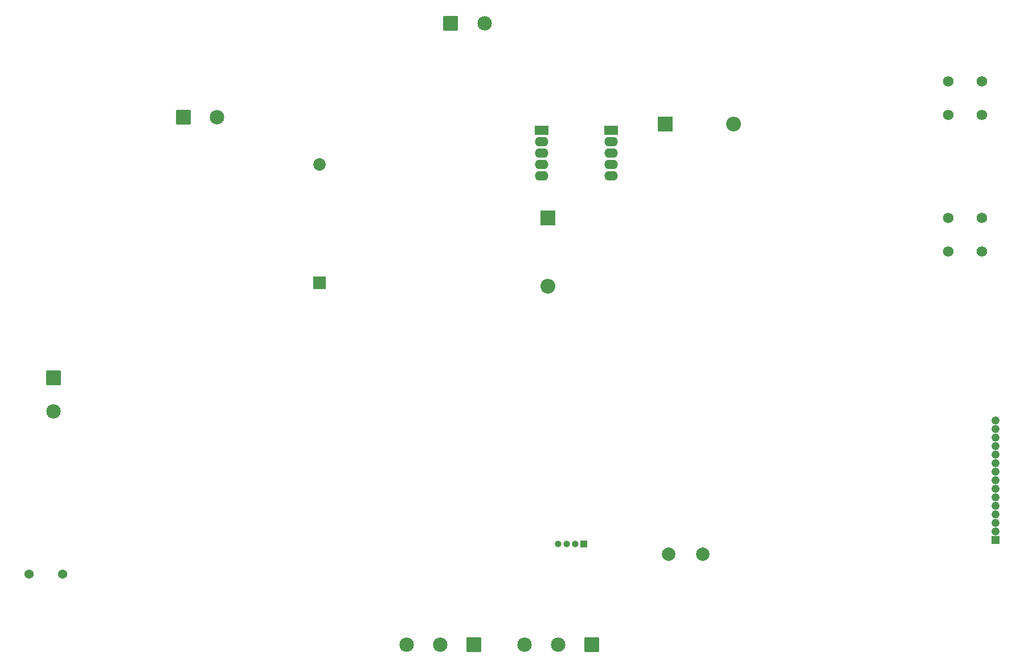
<source format=gbr>
%TF.GenerationSoftware,KiCad,Pcbnew,8.0.2*%
%TF.CreationDate,2024-06-26T19:24:32-04:00*%
%TF.ProjectId,pcb_forfirstproject,7063625f-666f-4726-9669-72737470726f,rev?*%
%TF.SameCoordinates,Original*%
%TF.FileFunction,Soldermask,Bot*%
%TF.FilePolarity,Negative*%
%FSLAX46Y46*%
G04 Gerber Fmt 4.6, Leading zero omitted, Abs format (unit mm)*
G04 Created by KiCad (PCBNEW 8.0.2) date 2024-06-26 19:24:32*
%MOMM*%
%LPD*%
G01*
G04 APERTURE LIST*
G04 Aperture macros list*
%AMRoundRect*
0 Rectangle with rounded corners*
0 $1 Rounding radius*
0 $2 $3 $4 $5 $6 $7 $8 $9 X,Y pos of 4 corners*
0 Add a 4 corners polygon primitive as box body*
4,1,4,$2,$3,$4,$5,$6,$7,$8,$9,$2,$3,0*
0 Add four circle primitives for the rounded corners*
1,1,$1+$1,$2,$3*
1,1,$1+$1,$4,$5*
1,1,$1+$1,$6,$7*
1,1,$1+$1,$8,$9*
0 Add four rect primitives between the rounded corners*
20,1,$1+$1,$2,$3,$4,$5,0*
20,1,$1+$1,$4,$5,$6,$7,0*
20,1,$1+$1,$6,$7,$8,$9,0*
20,1,$1+$1,$8,$9,$2,$3,0*%
G04 Aperture macros list end*
%ADD10R,2.000001X1.400000*%
%ADD11O,2.000001X1.400000*%
%ADD12RoundRect,0.102000X-0.975000X-0.975000X0.975000X-0.975000X0.975000X0.975000X-0.975000X0.975000X0*%
%ADD13C,2.154000*%
%ADD14C,2.000000*%
%ADD15RoundRect,0.102000X0.975000X0.975000X-0.975000X0.975000X-0.975000X-0.975000X0.975000X-0.975000X0*%
%ADD16R,2.200000X2.200000*%
%ADD17O,2.200000X2.200000*%
%ADD18C,1.574800*%
%ADD19C,1.371600*%
%ADD20R,1.000000X1.000000*%
%ADD21O,1.000000X1.000000*%
%ADD22R,1.854200X1.854200*%
%ADD23C,1.854200*%
%ADD24RoundRect,0.102000X-0.975000X0.975000X-0.975000X-0.975000X0.975000X-0.975000X0.975000X0.975000X0*%
%ADD25RoundRect,0.102000X0.505000X-0.505000X0.505000X0.505000X-0.505000X0.505000X-0.505000X-0.505000X0*%
%ADD26C,1.214000*%
G04 APERTURE END LIST*
D10*
%TO.C,VR2*%
X159400000Y-65725485D03*
D11*
X159400000Y-67425485D03*
X159400000Y-69125486D03*
X159400000Y-70825485D03*
X159400000Y-72525485D03*
%TD*%
D12*
%TO.C,J8*%
X95767000Y-63825485D03*
D13*
X100767000Y-63825485D03*
%TD*%
D12*
%TO.C,J1*%
X135534000Y-49825485D03*
D13*
X140534000Y-49825485D03*
%TD*%
D14*
%TO.C,FB1*%
X167960000Y-128825485D03*
X173040000Y-128825485D03*
%TD*%
D10*
%TO.C,U8*%
X149000000Y-65767385D03*
D11*
X149000000Y-67467385D03*
X149000000Y-69167386D03*
X149000000Y-70867385D03*
X149000000Y-72567385D03*
%TD*%
D15*
%TO.C,J2*%
X139000000Y-142325485D03*
D13*
X134000000Y-142325485D03*
X129000000Y-142325485D03*
%TD*%
D16*
%TO.C,D7*%
X150000000Y-78829285D03*
D17*
X150000000Y-88989285D03*
%TD*%
D18*
%TO.C,SW1*%
X209500000Y-58500000D03*
X214500000Y-58500000D03*
X214500000Y-63499990D03*
X209500000Y-63499990D03*
%TD*%
D19*
%TO.C,C38*%
X77835150Y-131825485D03*
X72831350Y-131825485D03*
%TD*%
D20*
%TO.C,J4*%
X155270000Y-127325485D03*
D21*
X154000000Y-127325485D03*
X152730000Y-127325485D03*
X151460000Y-127325485D03*
%TD*%
D16*
%TO.C,D6*%
X167420000Y-64825485D03*
D17*
X177580000Y-64825485D03*
%TD*%
D22*
%TO.C,U4*%
X116000000Y-88440785D03*
D23*
X116000000Y-70813185D03*
%TD*%
D18*
%TO.C,SW3*%
X209500000Y-78825495D03*
X214500000Y-78825495D03*
X214500000Y-83825485D03*
X209500000Y-83825485D03*
%TD*%
D24*
%TO.C,J9*%
X76500000Y-102592485D03*
D13*
X76500000Y-107592485D03*
%TD*%
D25*
%TO.C,J3*%
X216500000Y-126715485D03*
D26*
X216500000Y-125445485D03*
X216500000Y-124175485D03*
X216500000Y-122905485D03*
X216500000Y-121635485D03*
X216500000Y-120365485D03*
X216500000Y-119095485D03*
X216500000Y-117825485D03*
X216500000Y-116555485D03*
X216500000Y-115285485D03*
X216500000Y-114015485D03*
X216500000Y-112745485D03*
X216500000Y-111475485D03*
X216500000Y-110205485D03*
X216500000Y-108935485D03*
%TD*%
D15*
%TO.C,J5*%
X156500000Y-142325485D03*
D13*
X151500000Y-142325485D03*
X146500000Y-142325485D03*
%TD*%
M02*

</source>
